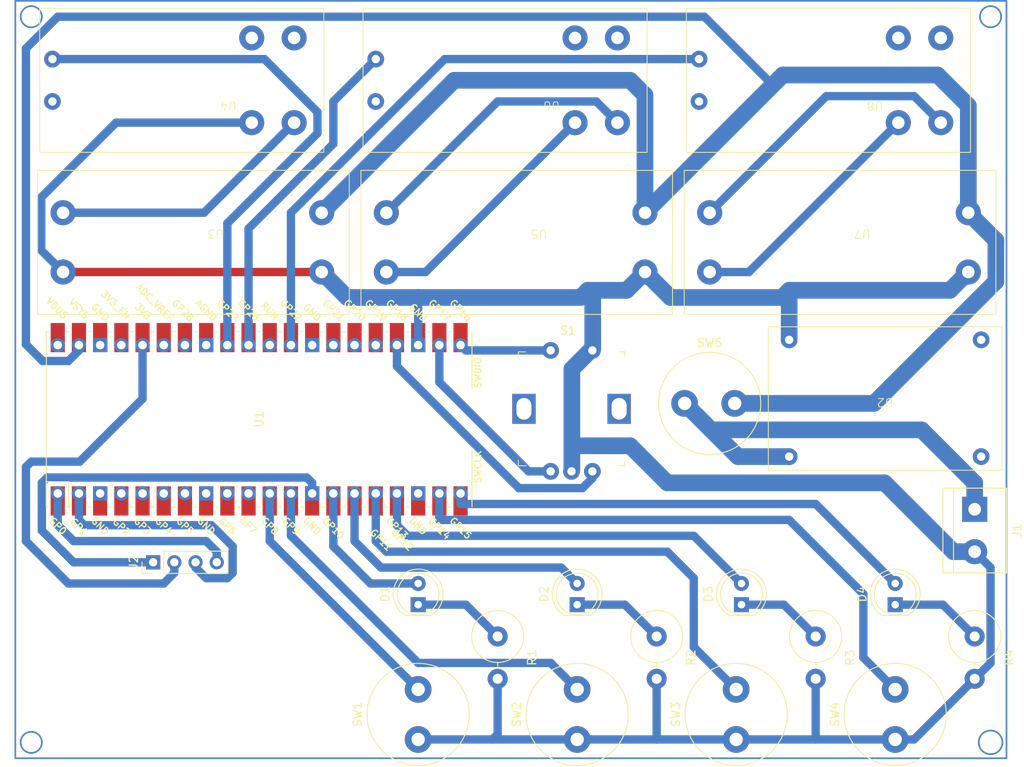
<source format=kicad_pcb>
(kicad_pcb (version 20221018) (generator pcbnew)
  (layers (0 "F.Cu" signal) (31 "B.Cu" signal) (34 "B.Paste" user) (35 "F.Paste" user) (36 "B.SilkS" user "B.Silkscreen") (37 "F.SilkS" user "F.Silkscreen") (38 "B.Mask" user) (39 "F.Mask" user) (44 "Edge.Cuts" user))
  (net 0 "")
  (net 1 "Net-(D1-K)")
  (net 2 "Net-(D2-K)")
  (net 3 "Net-(D3-K)")
  (net 4 "Net-(D4-K)")
  (net 5 "Net-(D4-A)")
  (net 6 "Net-(J1-Pin_1)")
  (net 7 "+BATT")
  (net 8 "GND")
  (net 10 "Net-(S1-CH_A)")
  (net 11 "Net-(S1-CH_B)")
  (net 12 "Net-(J2-Pin_4)")
  (net 13 "Net-(J2-Pin_3)")
  (net 14 "+3V3")
  (net 15 "Net-(U1-GPIO27_ADC1)")
  (net 25 "Net-(U1-GPIO26_ADC0)")
  (net 27 "Net-(U1-GPIO22)")
  (net 36 "Net-(U3-Out+)")
  (net 40 "Net-(U5-Out-)")
  (net 41 "Net-(U5-Out+)")
  (net 45 "Net-(U7-Out-)")
  (net 46 "Net-(U7-Out+)")
  (net 51 "Net-(U1-GPIO16)")
  (net 54 "Net-(D1-A)")
  (net 55 "Net-(D2-A)")
  (net 56 "Net-(D3-A)")
  (net 57 "Net-(U1-GPIO8)")
  (net 58 "Net-(U1-GPIO12)")
  (net 59 "Net-(U1-GPIO14)")
  (net 61 "Net-(U1-GPIO9)")
  (net 62 "Net-(J2-Pin_1)")
  (footprint "MCU_RaspberryPi_and_Boards:RPi_Pico_SMD_TH" (layer "F.Cu") (at 114.3 68.58 90)
    (fp_text reference "U1" (at 0 0 90) (layer "F.SilkS"))
    (fp_text value "Pico")
    (fp_text user "GP22" (at 13.054 3.81 135) (layer "F.SilkS") (effects (font (size 0.8 0.8))))
    (fp_text user "GND" (at -12.8 6.35 135) (layer "F.SilkS") (effects (font (size 0.8 0.8))))
    (fp_text user "GP15" (at -13.054 24.13 135) (layer "F.SilkS") (effects (font (size 0.8 0.8))))
    (fp_text user "GP9" (at -12.8 3.81 135) (layer "F.SilkS") (effects (font (size 0.8 0.8))))
    (fp_text user "GP28" (at 13.054 -9.144 135) (layer "F.SilkS") (effects (font (size 0.8 0.8))))
    (fp_text user "3V3_EN" (at 13.7 -17.2 135) (layer "F.SilkS") (effects (font (size 0.8 0.8))))
    (fp_text user "VSYS" (at 13.2 -21.59 135) (layer "F.SilkS") (effects (font (size 0.8 0.8))))
    (fp_text user "GND" (at 12.8 -19.05 135) (layer "F.SilkS") (effects (font (size 0.8 0.8))))
    (fp_text user "GP14" (at -13.1 21.59 135) (layer "F.SilkS") (effects (font (size 0.8 0.8))))
    (fp_text user "GP16" (at 13.054 24.13 135) (layer "F.SilkS") (effects (font (size 0.8 0.8))))
    (fp_text user "GND" (at -12.8 19.05 135) (layer "F.SilkS") (effects (font (size 0.8 0.8))))
    (fp_text user "AGND" (at 13.054 -6.35 135) (layer "F.SilkS") (effects (font (size 0.8 0.8))))
    (fp_text user "GP7" (at -12.7 -1.3 135) (layer "F.SilkS") (effects (font (size 0.8 0.8))))
    (fp_text user "GP0" (at -12.8 -24.13 135) (layer "F.SilkS") (effects (font (size 0.8 0.8))))
    (fp_text user "SWCLK" (at -5.7 26.2 90) (layer "F.SilkS") (effects (font (size 0.8 0.8))))
    (fp_text user "GP21" (at 13.054 8.9 135) (layer "F.SilkS") (effects (font (size 0.8 0.8))))
    (fp_text user "SWDIO" (at 5.6 26.2 90) (layer "F.SilkS") (effects (font (size 0.8 0.8))))
    (fp_text user "GND" (at -12.8 -6.35 135) (layer "F.SilkS") (effects (font (size 0.8 0.8))))
    (fp_text user "GP6" (at -12.8 -3.81 135) (layer "F.SilkS") (effects (font (size 0.8 0.8))))
    (fp_text user "GP17" (at 13.054 21.59 135) (layer "F.SilkS") (effects (font (size 0.8 0.8))))
    (fp_text user "GP18" (at 13.054 16.51 135) (layer "F.SilkS") (effects (font (size 0.8 0.8))))
    (fp_text user "GP12" (at -14.47 17.145 135) (layer "F.SilkS") (effects (font (size 0.8 0.8))))
    (fp_text user "GP20" (at 13.054 11.43 135) (layer "F.SilkS") (effects (font (size 0.8 0.8))))
    (fp_text user "GP11" (at -14.47 14.605 135) (layer "F.SilkS") (effects (font (size 0.8 0.8))))
    (fp_text user "GP10" (at -13.054 8.89 135) (layer "F.SilkS") (effects (font (size 0.8 0.8))))
    (fp_text user "ADC_VREF" (at 14 -12.5 135) (layer "F.SilkS") (effects (font (size 0.8 0.8))))
    (fp_text user "GP4" (at -12.8 -11.43 135) (layer "F.SilkS") (effects (font (size 0.8 0.8))))
    (fp_text user "GP13" (at -13.054 16.51 135) (layer "F.SilkS") (effects (font (size 0.8 0.8))))
    (fp_text user "GP19" (at 13.054 13.97 135) (layer "F.SilkS") (effects (font (size 0.8 0.8))))
    (fp_text user "GP5" (at -12.8 -8.89 135) (layer "F.SilkS") (effects (font (size 0.8 0.8))))
    (fp_text user "GP2" (at -12.9 -16.51 135) (layer "F.SilkS") (effects (font (size 0.8 0.8))))
    (fp_text user "GP3" (at -12.8 -13.97 135) (layer "F.SilkS") (effects (font (size 0.8 0.8))))
    (fp_text user "GP27" (at 13.054 -3.8 135) (layer "F.SilkS") (effects (font (size 0.8 0.8))))
    (fp_text user "GND" (at 12.8 6.35 135) (layer "F.SilkS") (effects (font (size 0.8 0.8))))
    (fp_text user "VBUS" (at 13.3 -24.2 135) (layer "F.SilkS") (effects (font (size 0.8 0.8))))
    (fp_text user "GND" (at 12.8 19.05 135) (layer "F.SilkS") (effects (font (size 0.8 0.8))))
    (fp_text user "GP26" (at 13.054 -1.27 135) (layer "F.SilkS") (effects (font (size 0.8 0.8))))
    (fp_text user "GND" (at -12.8 -19.05 135) (layer "F.SilkS") (effects (font (size 0.8 0.8))))
    (fp_text user "RUN" (at 13 1.27 135) (layer "F.SilkS") (effects (font (size 0.8 0.8))))
    (fp_text user "GP1" (at -12.9 -21.6 135) (layer "F.SilkS") (effects (font (size 0.8 0.8))))
    (fp_text user "GP8" (at -12.8 1.27 135) (layer "F.SilkS") (effects (font (size 0.8 0.8))))
    (fp_text user "3V3" (at 12.9 -13.9 135) (layer "F.SilkS") (effects (font (size 0.8 0.8))))
    (fp_line (start -10.5 -25.5) (end -10.5 -25.2) (stroke (width 0.12)) (layer "F.SilkS"))
    (fp_line (start -10.5 -25.5) (end 10.5 -25.5) (stroke (width 0.12)) (layer "F.SilkS"))
    (fp_line (start -10.5 -23.1) (end -10.5 -22.7) (stroke (width 0.12)) (layer "F.SilkS"))
    (fp_line (start -10.5 -22.833) (end -7.493 -22.833) (stroke (width 0.12)) (layer "F.SilkS"))
    (fp_line (start -10.5 -20.5) (end -10.5 -20.1) (stroke (width 0.12)) (layer "F.SilkS"))
    (fp_line (start -10.5 -18) (end -10.5 -17.6) (stroke (width 0.12)) (layer "F.SilkS"))
    (fp_line (start -10.5 -15.4) (end -10.5 -15) (stroke (width 0.12)) (layer "F.SilkS"))
    (fp_line (start -10.5 -12.9) (end -10.5 -12.5) (stroke (width 0.12)) (layer "F.SilkS"))
    (fp_line (start -10.5 -10.4) (end -10.5 -10) (stroke (width 0.12)) (layer "F.SilkS"))
    (fp_line (start -10.5 -7.8) (end -10.5 -7.4) (stroke (width 0.12)) (layer "F.SilkS"))
    (fp_line (start -10.5 -5.3) (end -10.5 -4.9) (stroke (width 0.12)) (layer "F.SilkS"))
    (fp_line (start -10.5 -2.7) (end -10.5 -2.3) (stroke (width 0.12)) (layer "F.SilkS"))
    (fp_line (start -10.5 -0.2) (end -10.5 0.2) (stroke (width 0.12)) (layer "F.SilkS"))
    (fp_line (start -10.5 2.3) (end -10.5 2.7) (stroke (width 0.12)) (layer "F.SilkS"))
    (fp_line (start -10.5 4.9) (end -10.5 5.3) (stroke (width 0.12)) (layer "F.SilkS"))
    (fp_line (start -10.5 7.4) (end -10.5 7.8) (stroke (width 0.12)) (layer "F.SilkS"))
    (fp_line (start -10.5 10) (end -10.5 10.4) (stroke (width 0.12)) (layer "F.SilkS"))
    (fp_line (start -10.5 12.5) (end -10.5 12.9) (stroke (width 0.12)) (layer "F.SilkS"))
    (fp_line (start -10.5 15.1) (end -10.5 15.5) (stroke (width 0.12)) (layer "F.SilkS"))
    (fp_line (start -10.5 17.6) (end -10.5 18) (stroke (width 0.12)) (layer "F.SilkS"))
    (fp_line (start -10.5 20.1) (end -10.5 20.5) (stroke (width 0.12)) (layer "F.SilkS"))
    (fp_line (start -10.5 22.7) (end -10.5 23.1) (stroke (width 0.12)) (layer "F.SilkS"))
    (fp_line (start -7.493 -22.833) (end -7.493 -25.5) (stroke (width 0.12)) (layer "F.SilkS"))
    (fp_line (start -3.7 25.5) (end -10.5 25.5) (stroke (width 0.12)) (layer "F.SilkS"))
    (fp_line (start 10.5 -25.5) (end 10.5 -25.2) (stroke (width 0.12)) (layer "F.SilkS"))
    (fp_line (start 10.5 -23.1) (end 10.5 -22.7) (stroke (width 0.12)) (layer "F.SilkS"))
    (fp_line (start 10.5 -20.5) (end 10.5 -20.1) (stroke (width 0.12)) (layer "F.SilkS"))
    (fp_line (start 10.5 -18) (end 10.5 -17.6) (stroke (width 0.12)) (layer "F.SilkS"))
    (fp_line (start 10.5 -15.4) (end 10.5 -15) (stroke (width 0.12)) (layer "F.SilkS"))
    (fp_line (start 10.5 -12.9) (end 10.5 -12.5) (stroke (width 0.12)) (layer "F.SilkS"))
    (fp_line (start 10.5 -10.4) (end 10.5 -10) (stroke (width 0.12)) (layer "F.SilkS"))
    (fp_line (start 10.5 -7.8) (end 10.5 -7.4) (stroke (width 0.12)) (layer "F.SilkS"))
    (fp_line (start 10.5 -5.3) (end 10.5 -4.9) (stroke (width 0.12)) (layer "F.SilkS"))
    (fp_line (start 10.5 -2.7) (end 10.5 -2.3) (stroke (width 0.12)) (layer "F.SilkS"))
    (fp_line (start 10.5 -0.2) (end 10.5 0.2) (stroke (width 0.12)) (layer "F.SilkS"))
    (fp_line (start 10.5 2.3) (end 10.5 2.7) (stroke (width 0.12)) (layer "F.SilkS"))
    (fp_line (start 10.5 4.9) (end 10.5 5.3) (stroke (width 0.12)) (layer "F.SilkS"))
    (fp_line (start 10.5 7.4) (end 10.5 7.8) (stroke (width 0.12)) (layer "F.SilkS"))
    (fp_line (start 10.5 10) (end 10.5 10.4) (stroke (width 0.12)) (layer "F.SilkS"))
    (fp_line (start 10.5 12.5) (end 10.5 12.9) (stroke (width 0.12)) (layer "F.SilkS"))
    (fp_line (start 10.5 15.1) (end 10.5 15.5) (stroke (width 0.12)) (layer "F.SilkS"))
    (fp_line (start 10.5 17.6) (end 10.5 18) (stroke (width 0.12)) (layer "F.SilkS"))
    (fp_line (start 10.5 20.1) (end 10.5 20.5) (stroke (width 0.12)) (layer "F.SilkS"))
    (fp_line (start 10.5 22.7) (end 10.5 23.1) (stroke (width 0.12)) (layer "F.SilkS"))
    (fp_line (start 10.5 25.5) (end 3.7 25.5) (stroke (width 0.12)) (layer "F.SilkS"))
    (pad "" np_thru_hole oval (at -2.725 -24 90) (size 1.8 1.8) (drill 1.8) (layers "*.Cu" "*.Mask"))
    (pad "" np_thru_hole oval (at -2.425 -20.97 90) (size 1.5 1.5) (drill 1.5) (layers "*.Cu" "*.Mask"))
    (pad "" np_thru_hole oval (at 2.425 -20.97 90) (size 1.5 1.5) (drill 1.5) (layers "*.Cu" "*.Mask"))
    (pad "" np_thru_hole oval (at 2.725 -24 90) (size 1.8 1.8) (drill 1.8) (layers "*.Cu" "*.Mask"))
    (pad "1" thru_hole oval (at -8.89 -24.13 90) (size 1.7 1.7) (drill 1.02) (layers "*.Cu" "*.Mask") (net 12 "Net-(J2-Pin_4)"))
    (pad "1" smd rect (at -8.89 -24.13 90) (size 3.5 1.7) (drill (offset -0.9 0)) (layers "F.Cu" "F.Mask") (net 12 "Net-(J2-Pin_4)"))
    (pad "2" thru_hole oval (at -8.89 -21.59 90) (size 1.7 1.7) (drill 1.02) (layers "*.Cu" "*.Mask") (net 13 "Net-(J2-Pin_3)"))
    (pad "2" smd rect (at -8.89 -21.59 90) (size 3.5 1.7) (drill (offset -0.9 0)) (layers "F.Cu" "F.Mask") (net 13 "Net-(J2-Pin_3)"))
    (pad "3" thru_hole rect (at -8.89 -19.05 90) (size 1.7 1.7) (drill 1.02) (layers "*.Cu" "*.Mask"))
    (pad "3" smd rect (at -8.89 -19.05 90) (size 3.5 1.7) (drill (offset -0.9 0)) (layers "F.Cu" "F.Mask"))
    (pad "4" thru_hole oval (at -8.89 -16.51 90) (size 1.7 1.7) (drill 1.02) (layers "*.Cu" "*.Mask"))
    (pad "4" smd rect (at -8.89 -16.51 90) (size 3.5 1.7) (drill (offset -0.9 0)) (layers "F.Cu" "F.Mask"))
    (pad "5" thru_hole oval (at -8.89 -13.97 90) (size 1.7 1.7) (drill 1.02) (layers "*.Cu" "*.Mask"))
    (pad "5" smd rect (at -8.89 -13.97 90) (size 3.5 1.7) (drill (offset -0.9 0)) (layers "F.Cu" "F.Mask"))
    (pad "6" thru_hole oval (at -8.89 -11.43 90) (size 1.7 1.7) (drill 1.02) (layers "*.Cu" "*.Mask"))
    (pad "6" smd rect (at -8.89 -11.43 90) (size 3.5 1.7) (drill (offset -0.9 0)) (layers "F.Cu" "F.Mask"))
    (pad "7" thru_hole oval (at -8.89 -8.89 90) (size 1.7 1.7) (drill 1.02) (layers "*.Cu" "*.Mask"))
    (pad "7" smd rect (at -8.89 -8.89 90) (size 3.5 1.7) (drill (offset -0.9 0)) (layers "F.Cu" "F.Mask"))
    (pad "8" thru_hole rect (at -8.89 -6.35 90) (size 1.7 1.7) (drill 1.02) (layers "*.Cu" "*.Mask"))
    (pad "8" smd rect (at -8.89 -6.35 90) (size 3.5 1.7) (drill (offset -0.9 0)) (layers "F.Cu" "F.Mask"))
    (pad "9" thru_hole oval (at -8.89 -3.81 90) (size 1.7 1.7) (drill 1.02) (layers "*.Cu" "*.Mask"))
    (pad "9" smd rect (at -8.89 -3.81 90) (size 3.5 1.7) (drill (offset -0.9 0)) (layers "F.Cu" "F.Mask"))
    (pad "10" thru_hole oval (at -8.89 -1.27 90) (size 1.7 1.7) (drill 1.02) (layers "*.Cu" "*.Mask"))
    (pad "10" smd rect (at -8.89 -1.27 90) (size 3.5 1.7) (drill (offset -0.9 0)) (layers "F.Cu" "F.Mask"))
    (pad "11" thru_hole oval (at -8.89 1.27 90) (size 1.7 1.7) (drill 1.02) (layers "*.Cu" "*.Mask") (net 57 "Net-(U1-GPIO8)"))
    (pad "11" smd rect (at -8.89 1.27 90) (size 3.5 1.7) (drill (offset -0.9 0)) (layers "F.Cu" "F.Mask") (net 57 "Net-(U1-GPIO8)"))
    (pad "12" thru_hole oval (at -8.89 3.81 90) (size 1.7 1.7) (drill 1.02) (layers "*.Cu" "*.Mask") (net 61 "Net-(U1-GPIO9)"))
    (pad "12" smd rect (at -8.89 3.81 90) (size 3.5 1.7) (drill (offset -0.9 0)) (layers "F.Cu" "F.Mask") (net 61 "Net-(U1-GPIO9)"))
    (pad "13" thru_hole rect (at -8.89 6.35 90) (size 1.7 1.7) (drill 1.02) (layers "*.Cu" "*.Mask") (net 62 "Net-(J2-Pin_1)"))
    (pad "13" smd rect (at -8.89 6.35 90) (size 3.5 1.7) (drill (offset -0.9 0)) (layers "F.Cu" "F.Mask") (net 62 "Net-(J2-Pin_1)"))
    (pad "14" thru_hole oval (at -8.89 8.89 90) (size 1.7 1.7) (drill 1.02) (layers "*.Cu" "*.Mask") (net 54 "Net-(D1-A)"))
    (pad "14" smd rect (at -8.89 8.89 90) (size 3.5 1.7) (drill (offset -0.9 0)) (layers "F.Cu" "F.Mask") (net 54 "Net-(D1-A)"))
    (pad "15" thru_hole oval (at -8.89 11.43 90) (size 1.7 1.7) (drill 1.02) (layers "*.Cu" "*.Mask") (net 55 "Net-(D2-A)"))
    (pad "15" smd rect (at -8.89 11.43 90) (size 3.5 1.7) (drill (offset -0.9 0)) (layers "F.Cu" "F.Mask") (net 55 "Net-(D2-A)"))
    (pad "16" thru_hole oval (at -8.89 13.97 90) (size 1.7 1.7) (drill 1.02) (layers "*.Cu" "*.Mask") (net 58 "Net-(U1-GPIO12)"))
    (pad "16" smd rect (at -8.89 13.97 90) (size 3.5 1.7) (drill (offset -0.9 0)) (layers "F.Cu" "F.Mask") (net 58 "Net-(U1-GPIO12)"))
    (pad "17" thru_hole oval (at -8.89 16.51 90) (size 1.7 1.7) (drill 1.02) (layers "*.Cu" "*.Mask") (net 56 "Net-(D3-A)"))
    (pad "17" smd rect (at -8.89 16.51 90) (size 3.5 1.7) (drill (offset -0.9 0)) (layers "F.Cu" "F.Mask") (net 56 "Net-(D3-A)"))
    (pad "18" thru_hole rect (at -8.89 19.05 90) (size 1.7 1.7) (drill 1.02) (layers "*.Cu" "*.Mask"))
    (pad "18" smd rect (at -8.89 19.05 90) (size 3.5 1.7) (drill (offset -0.9 0)) (layers "F.Cu" "F.Mask"))
    (pad "19" thru_hole oval (at -8.89 21.59 90) (size 1.7 1.7) (drill 1.02) (layers "*.Cu" "*.Mask") (net 59 "Net-(U1-GPIO14)"))
    (pad "19" smd rect (at -8.89 21.59 90) (size 3.5 1.7) (drill (offset -0.9 0)) (layers "F.Cu" "F.Mask") (net 59 "Net-(U1-GPIO14)"))
    (pad "20" thru_hole oval (at -8.89 24.13 90) (size 1.7 1.7) (drill 1.02) (layers "*.Cu" "*.Mask") (net 5 "Net-(D4-A)"))
    (pad "20" smd rect (at -8.89 24.13 90) (size 3.5 1.7) (drill (offset -0.9 0)) (layers "F.Cu" "F.Mask") (net 5 "Net-(D4-A)"))
    (pad "21" thru_hole oval (at 8.89 24.13 90) (size 1.7 1.7) (drill 1.02) (layers "*.Cu" "*.Mask") (net 51 "Net-(U1-GPIO16)"))
    (pad "21" smd rect (at 8.89 24.13 90) (size 3.5 1.7) (drill (offset 0.9 0)) (layers "F.Cu" "F.Mask") (net 51 "Net-(U1-GPIO16)"))
    (pad "22" thru_hole oval (at 8.89 21.59 90) (size 1.7 1.7) (drill 1.02) (layers "*.Cu" "*.Mask") (net 10 "Net-(S1-CH_A)"))
    (pad "22" smd rect (at 8.89 21.59 90) (size 3.5 1.7) (drill (offset 0.9 0)) (layers "F.Cu" "F.Mask") (net 10 "Net-(S1-CH_A)"))
    (pad "23" thru_hole rect (at 8.89 19.05 90) (size 1.7 1.7) (drill 1.02) (layers "*.Cu" "*.Mask") (net 8 "GND"))
    (pad "23" smd rect (at 8.89 19.05 90) (size 3.5 1.7) (drill (offset 0.9 0)) (layers "F.Cu" "F.Mask") (net 8 "GND"))
    (pad "24" thru_hole oval (at 8.89 16.51 90) (size 1.7 1.7) (drill 1.02) (layers "*.Cu" "*.Mask") (net 11 "Net-(S1-CH_B)"))
    (pad "24" smd rect (at 8.89 16.51 90) (size 3.5 1.7) (drill (offset 0.9 0)) (layers "F.Cu" "F.Mask") (net 11 "Net-(S1-CH_B)"))
    (pad "25" thru_hole oval (at 8.89 13.97 90) (size 1.7 1.7) (drill 1.02) (layers "*.Cu" "*.Mask"))
    (pad "25" smd rect (at 8.89 13.97 90) (size 3.5 1.7) (drill (offset 0.9 0)) (layers "F.Cu" "F.Mask"))
    (pad "26" thru_hole oval (at 8.89 11.43 90) (size 1.7 1.7) (drill 1.02) (layers "*.Cu" "*.Mask"))
    (pad "26" smd rect (at 8.89 11.43 90) (size 3.5 1.7) (drill (offset 0.9 0)) (layers "F.Cu" "F.Mask"))
    (pad "27" thru_hole oval (at 8.89 8.89 90) (size 1.7 1.7) (drill 1.02) (layers "*.Cu" "*.Mask"))
    (pad "27" smd rect (at 8.89 8.89 90) (size 3.5 1.7) (drill (offset 0.9 0)) (layers "F.Cu" "F.Mask"))
    (pad "28" thru_hole rect (at 8.89 6.35 90) (size 1.7 1.7) (drill 1.02) (layers "*.Cu" "*.Mask"))
    (pad "28" smd rect (at 8.89 6.35 90) (size 3.5 1.7) (drill (offset 0.9 0)) (layers "F.Cu" "F.Mask"))
    (pad "29" thru_hole oval (at 8.89 3.81 90) (size 1.7 1.7) (drill 1.02) (layers "*.Cu" "*.Mask") (net 27 "Net-(U1-GPIO22)"))
    (pad "29" smd rect (at 8.89 3.81 90) (size 3.5 1.7) (drill (offset 0.9 0)) (layers "F.Cu" "F.Mask") (net 27 "Net-(U1-GPIO22)"))
    (pad "30" thru_hole oval (at 8.89 1.27 90) (size 1.7 1.7) (drill 1.02) (layers "*.Cu" "*.Mask"))
    (pad "30" smd rect (at 8.89 1.27 90) (size 3.5 1.7) (drill (offset 0.9 0)) (layers "F.Cu" "F.Mask"))
    (pad "31" thru_hole oval (at 8.89 -1.27 90) (size 1.7 1.7) (drill 1.02) (layers "*.Cu" "*.Mask") (net 25 "Net-(U1-GPIO26_ADC0)"))
    (pad "31" smd rect (at 8.89 -1.27 90) (size 3.5 1.7) (drill (offset 0.9 0)) (layers "F.Cu" "F.Mask") (net 25 "Net-(U1-GPIO26_ADC0)"))
    (pad "32" thru_hole oval (at 8.89 -3.81 90) (size 1.7 1.7) (drill 1.02) (layers "*.Cu" "*.Mask") (net 15 "Net-(U1-GPIO27_ADC1)"))
    (pad "32" smd rect (at 8.89 -3.81 90) (size 3.5 1.7) (drill (offset 0.9 0)) (layers "F.Cu" "F.Mask") (net 15 "Net-(U1-GPIO27_ADC1)"))
    (pad "33" thru_hole rect (at 8.89 -6.35 90) (size 1.7 1.7) (drill 1.02) (layers "*.Cu" "*.Mask"))
    (pad "33" smd rect (at 8.89 -6.35 90) (size 3.5 1.7) (drill (offset 0.9 0)) (layers "F.Cu" "F.Mask"))
    (pad "34" thru_hole oval (at 8.89 -8.89 90) (size 1.7 1.7) (drill 1.02) (layers "*.Cu" "*.Mask"))
    (pad "34" smd rect (at 8.89 -8.89 90) (size 3.5 1.7) (drill (offset 0.9 0)) (layers "F.Cu" "F.Mask"))
    (pad "35" thru_hole oval (at 8.89 -11.43 90) (size 1.7 1.7) (drill 1.02) (layers "*.Cu" "*.Mask"))
    (pad "35" smd rect (at 8.89 -11.43 90) (size 3.5 1.7) (drill (offset 0.9 0)) (layers "F.Cu" "F.Mask"))
    (pad "36" thru_hole oval (at 8.89 -13.97 90) (size 1.7 1.7) (drill 1.02) (layers "*.Cu" "*.Mask") (net 14 "+3V3"))
    (pad "36" smd rect (at 8.89 -13.97 90) (size 3.5 1.7) (drill (offset 0.9 0)) (layers "F.Cu" "F.Mask") (net 14 "+3V3"))
    (pad "37" thru_hole oval (at 8.89 -16.51 90) (size 1.7 1.7) (drill 1.02) (layers "*.Cu" "*.Mask"))
    (pad "37" smd rect (at 8.89 -16.51 90) (size 3.5 1.7) (drill (offset 0.9 0)) (layers "F.Cu" "F.Mask"))
    (pad "38" thru_hole rect (at 8.89 -19.05 90) (size 1.7 1.7) (drill 1.02) (layers "*.Cu" "*.Mask"))
    (pad "38" smd rect (at 8.89 -19.05 90) (size 3.5 1.7) (drill (offset 0.9 0)) (layers "F.Cu" "F.Mask"))
    (pad "39" thru_hole oval (at 8.89 -21.59 90) (size 1.7 1.7) (drill 1.02) (layers "*.Cu" "*.Mask") (net 7 "+BATT"))
    (pad "39" smd rect (at 8.89 -21.59 90) (size 3.5 1.7) (drill (offset 0.9 0)) (layers "F.Cu" "F.Mask") (net 7 "+BATT"))
    (pad "40" thru_hole oval (at 8.89 -24.13 90) (size 1.7 1.7) (drill 1.02) (layers "*.Cu" "*.Mask"))
    (pad "40" smd rect (at 8.89 -24.13 90) (size 3.5 1.7) (drill (offset 0.9 0)) (layers "F.Cu" "F.Mask"))
  )
  (footprint "LED_THT:LED_D5.0mm" (layer "F.Cu") (at 172.085 90.805 90)
    (fp_text reference "D3" (at 1.27 -3.96 90) (layer "F.SilkS"))
    (fp_text value "LED3")
    (fp_line (start -1.29 -1.545) (end -1.29 1.545) (stroke (width 0.12)) (layer "F.SilkS"))
    (fp_arc (start -1.29 -1.54483) (mid 2.072002 -2.880433) (end 4.26 0.000462) (stroke (width 0.12)) (layer "F.SilkS"))
    (fp_arc (start 4.26 -0.000462) (mid 2.072002 2.880433) (end -1.29 1.54483) (stroke (width 0.12)) (layer "F.SilkS"))
    (fp_circle (center 1.27 0) (end 3.77 0) (stroke (width 0.12)) (fill none) (layer "F.SilkS"))
    (pad "1" thru_hole rect (at 0 0 90) (size 1.8 1.8) (drill 0.9) (layers "*.Cu" "*.Mask") (net 3 "Net-(D3-K)"))
    (pad "2" thru_hole circle (at 2.54 0 90) (size 1.8 1.8) (drill 0.9) (layers "*.Cu" "*.Mask") (net 56 "Net-(D3-A)"))
  )
  (footprint "Inductor_THT:L_Radial_D12.0mm_P6.00mm_MuRATA_1900R" (layer "F.Cu") (at 152.4 106.965 90)
    (fp_text reference "SW2" (at 3 -7.25 90) (layer "F.SilkS"))
    (fp_text value "BUTTON2")
    (fp_circle (center 3 0) (end 9.12 0) (stroke (width 0.12)) (fill none) (layer "F.SilkS"))
    (pad "1" thru_hole circle (at 0 0 90) (size 3.2 3.2) (drill 1.6) (layers "*.Cu" "*.Mask") (net 8 "GND"))
    (pad "2" thru_hole circle (at 6 0 90) (size 3.2 3.2) (drill 1.6) (layers "*.Cu" "*.Mask") (net 61 "Net-(U1-GPIO9)"))
  )
  (footprint "Resistor_THT:R_Axial_DIN0617_L17.0mm_D6.0mm_P5.08mm_Vertical" (layer "F.Cu") (at 200.025 94.615 -90)
    (fp_text reference "R4" (at 2.54 -4.12 90) (layer "F.SilkS"))
    (fp_text value "R")
    (fp_line (start 3.12 0) (end 3.58 0) (stroke (width 0.12)) (layer "F.SilkS"))
    (fp_circle (center 0 0) (end 3.12 0) (stroke (width 0.12)) (fill none) (layer "F.SilkS"))
    (pad "1" thru_hole circle (at 0 0 270) (size 2.4 2.4) (drill 1.2) (layers "*.Cu" "*.Mask") (net 4 "Net-(D4-K)"))
    (pad "2" thru_hole oval (at 5.08 0 270) (size 2.4 2.4) (drill 1.2) (layers "*.Cu" "*.Mask") (net 8 "GND"))
  )
  (footprint "Connector_PinHeader_2.54mm:PinHeader_1x04_P2.54mm_Vertical" (layer "F.Cu") (at 101.6 85.725 90)
    (fp_text reference "J2" (at 0 -2.33 90) (layer "F.SilkS"))
    (fp_text value "Conn_01x04_Female")
    (fp_line (start -1.33 -1.33) (end 0 -1.33) (stroke (width 0.12)) (layer "F.SilkS"))
    (fp_line (start -1.33 0) (end -1.33 -1.33) (stroke (width 0.12)) (layer "F.SilkS"))
    (fp_line (start -1.33 1.27) (end -1.33 8.95) (stroke (width 0.12)) (layer "F.SilkS"))
    (fp_line (start -1.33 1.27) (end 1.33 1.27) (stroke (width 0.12)) (layer "F.SilkS"))
    (fp_line (start -1.33 8.95) (end 1.33 8.95) (stroke (width 0.12)) (layer "F.SilkS"))
    (fp_line (start 1.33 1.27) (end 1.33 8.95) (stroke (width 0.12)) (layer "F.SilkS"))
    (pad "1" thru_hole rect (at 0 0 90) (size 1.7 1.7) (drill 1) (layers "*.Cu" "*.Mask") (net 62 "Net-(J2-Pin_1)"))
    (pad "2" thru_hole oval (at 0 2.54 90) (size 1.7 1.7) (drill 1) (layers "*.Cu" "*.Mask") (net 14 "+3V3"))
    (pad "3" thru_hole oval (at 0 5.08 90) (size 1.7 1.7) (drill 1) (layers "*.Cu" "*.Mask") (net 13 "Net-(J2-Pin_3)"))
    (pad "4" thru_hole oval (at 0 7.62 90) (size 1.7 1.7) (drill 1) (layers "*.Cu" "*.Mask") (net 12 "Net-(J2-Pin_4)"))
  )
  (footprint "Resistor_THT:R_Axial_DIN0617_L17.0mm_D6.0mm_P5.08mm_Vertical" (layer "F.Cu") (at 142.875 94.615 -90)
    (fp_text reference "R1" (at 2.54 -4.12 90) (layer "F.SilkS"))
    (fp_text value "R")
    (fp_line (start 3.12 0) (end 3.58 0) (stroke (width 0.12)) (layer "F.SilkS"))
    (fp_circle (center 0 0) (end 3.12 0) (stroke (width 0.12)) (fill none) (layer "F.SilkS"))
    (pad "1" thru_hole circle (at 0 0 270) (size 2.4 2.4) (drill 1.2) (layers "*.Cu" "*.Mask") (net 1 "Net-(D1-K)"))
    (pad "2" thru_hole oval (at 5.08 0 270) (size 2.4 2.4) (drill 1.2) (layers "*.Cu" "*.Mask") (net 8 "GND"))
  )
  (footprint "chinese_modules:charger" (layer "F.Cu") (at 189.3 66.055 180)
    (fp_text reference "U2" (at 0 -0.5 180 unlocked) (layer "F.SilkS") (effects (font (thickness 0.1))))
    (fp_text value "~")
    (fp_rect (start -14 8.564) (end 14 -8.636) (stroke (width 0.1)) (fill none) (layer "F.SilkS"))
    (pad "1" thru_hole circle (at -11.5 -7 180) (size 2 2) (drill 1) (layers "*.Cu" "*.Mask"))
    (pad "2" thru_hole circle (at -11.5 7 180) (size 2 2) (drill 1) (layers "*.Cu" "*.Mask"))
    (pad "3" thru_hole circle (at 11.5 -7 180) (size 2 2) (drill 1) (layers "*.Cu" "*.Mask") (net 6 "Net-(J1-Pin_1)"))
    (pad "4" thru_hole circle (at 11.5 7 180) (size 2 2) (drill 1) (layers "*.Cu" "*.Mask") (net 8 "GND"))
  )
  (footprint "digikey-footprints:Rotary_Encoder_Switched_PEC11R" (layer "F.Cu") (at 146.025 67.325)
    (fp_text reference "S1" (at 5.275 -9.4) (layer "F.SilkS"))
    (fp_text value "ENCODER")
    (fp_line (start -0.675 -6.825) (end -0.675 -6.15) (stroke (width 0.1)) (layer "F.SilkS"))
    (fp_line (start -0.675 6.825) (end -0.675 6.15) (stroke (width 0.1)) (layer "F.SilkS"))
    (fp_line (start 0.175 -6.825) (end -0.675 -6.825) (stroke (width 0.1)) (layer "F.SilkS"))
    (fp_line (start 0.275 6.825) (end -0.675 6.825) (stroke (width 0.1)) (layer "F.SilkS"))
    (fp_line (start 11.375 -6.825) (end 12.075 -6.825) (stroke (width 0.1)) (layer "F.SilkS"))
    (fp_line (start 12.075 -6.825) (end 12.075 -6.325) (stroke (width 0.1)) (layer "F.SilkS"))
    (fp_line (start 12.075 6.25) (end 12.075 6.825) (stroke (width 0.1)) (layer "F.SilkS"))
    (fp_line (start 12.075 6.825) (end 11.275 6.825) (stroke (width 0.1)) (layer "F.SilkS"))
    (pad "1" thru_hole circle (at 3.2 -7) (size 2 2) (drill 1) (layers "*.Cu" "*.Mask") (net 51 "Net-(U1-GPIO16)"))
    (pad "2" thru_hole circle (at 8.2 -7) (size 2 2) (drill 1) (layers "*.Cu" "*.Mask") (net 8 "GND"))
    (pad "3" thru_hole rect (at 0 0) (size 2.8 3.6) (drill oval 1.8 2.6) (layers "*.Cu" "*.Mask"))
    (pad "3" thru_hole rect (at 11.4 0) (size 2.8 3.6) (drill oval 1.8 2.6) (layers "*.Cu" "*.Mask"))
    (pad "A" thru_hole circle (at 3.2 7.5) (size 2 2) (drill 1) (layers "*.Cu" "*.Mask") (net 10 "Net-(S1-CH_A)"))
    (pad "B" thru_hole circle (at 8.2 7.5) (size 2 2) (drill 1) (layers "*.Cu" "*.Mask") (net 11 "Net-(S1-CH_B)"))
    (pad "C" thru_hole circle (at 5.7 7.5) (size 2 2) (drill 1) (layers "*.Cu" "*.Mask") (net 8 "GND"))
  )
  (footprint "chinese_modules:dc-dc module" (layer "F.Cu") (at 186.563 45.847 180)
    (fp_text reference "U7" (at 0 -0.5 180 unlocked) (layer "F.SilkS") (effects (font (thickness 0.1))))
    (fp_text value "~")
    (fp_rect (start -16.002 -10.16) (end 21.336 7.112) (stroke (width 0.1)) (fill none) (layer "F.SilkS"))
    (pad "1" thru_hole circle (at -12.7 -5.08 180) (size 3 3) (drill 1.5) (layers "*.Cu" "*.Mask") (net 8 "GND"))
    (pad "2" thru_hole circle (at -12.7 2.032 180) (size 3 3) (drill 1.5) (layers "*.Cu" "*.Mask") (net 7 "+BATT"))
    (pad "3" thru_hole circle (at 18.288 -5.08 180) (size 3 3) (drill 1.5) (layers "*.Cu" "*.Mask") (net 45 "Net-(U7-Out-)"))
    (pad "4" thru_hole circle (at 18.288 2.032 180) (size 3 3) (drill 1.5) (layers "*.Cu" "*.Mask") (net 46 "Net-(U7-Out+)"))
  )
  (footprint "Inductor_THT:L_Radial_D12.0mm_P6.00mm_MuRATA_1900R" (layer "F.Cu") (at 165.275 66.675)
    (fp_text reference "SW5" (at 3 -7.25) (layer "F.SilkS"))
    (fp_text value "POWER_SW")
    (fp_circle (center 3 0) (end 9.12 0) (stroke (width 0.12)) (fill none) (layer "F.SilkS"))
    (pad "1" thru_hole circle (at 0 0) (size 3.2 3.2) (drill 1.6) (layers "*.Cu" "*.Mask") (net 6 "Net-(J1-Pin_1)"))
    (pad "2" thru_hole circle (at 6 0) (size 3.2 3.2) (drill 1.6) (layers "*.Cu" "*.Mask") (net 7 "+BATT"))
  )
  (footprint "chinese_modules:xy-mos" (layer "F.Cu") (at 199.517 19.304 180)
    (fp_text reference "U8" (at 11.43 -11.676 180 unlocked) (layer "F.SilkS") (effects (font (thickness 0.1))))
    (fp_text value "~")
    (fp_rect (start 0 -17.272) (end 34.036 0) (stroke (width 0.1)) (fill none) (layer "F.SilkS"))
    (pad "1" thru_hole circle (at 3.556 -13.716 180) (size 3 3) (drill 1.5) (layers "*.Cu" "*.Mask") (net 46 "Net-(U7-Out+)"))
    (pad "2" thru_hole circle (at 8.636 -13.716 180) (size 3 3) (drill 1.5) (layers "*.Cu" "*.Mask") (net 45 "Net-(U7-Out-)"))
    (pad "3" thru_hole circle (at 3.556 -3.556 180) (size 3 3) (drill 1.5) (layers "*.Cu" "*.Mask"))
    (pad "4" thru_hole circle (at 8.636 -3.556 180) (size 3 3) (drill 1.5) (layers "*.Cu" "*.Mask"))
    (pad "5" thru_hole circle (at 32.512 -11.176 180) (size 2 2) (drill 1) (layers "*.Cu" "*.Mask"))
    (pad "6" thru_hole circle (at 32.512 -6.096 180) (size 2 2) (drill 1) (layers "*.Cu" "*.Mask") (net 27 "Net-(U1-GPIO22)"))
  )
  (footprint "TerminalBlock:TerminalBlock_bornier-2_P5.08mm" (layer "F.Cu") (at 200.025 79.375 -90)
    (fp_text reference "J1" (at 2.54 -5.08 90) (layer "F.SilkS"))
    (fp_text value "BATTERY")
    (fp_line (start -2.54 -3.81) (end -2.54 3.81) (stroke (width 0.12)) (layer "F.SilkS"))
    (fp_line (start -2.54 3.81) (end 7.62 3.81) (stroke (width 0.12)) (layer "F.SilkS"))
    (fp_line (start 7.62 -3.81) (end -2.54 -3.81) (stroke (width 0.12)) (layer "F.SilkS"))
    (fp_line (start 7.62 2.54) (end -2.54 2.54) (stroke (width 0.12)) (layer "F.SilkS"))
    (fp_line (start 7.62 3.81) (end 7.62 -3.81) (stroke (width 0.12)) (layer "F.SilkS"))
    (pad "1" thru_hole rect (at 0 0 270) (size 3 3) (drill 1.52) (layers "*.Cu" "*.Mask") (net 6 "Net-(J1-Pin_1)"))
    (pad "2" thru_hole circle (at 5.08 0 270) (size 3 3) (drill 1.52) (layers "*.Cu" "*.Mask") (net 8 "GND"))
  )
  (footprint "chinese_modules:xy-mos" (layer "F.Cu") (at 160.782 19.304 180)
    (fp_text reference "U6" (at 11.43 -11.676 180 unlocked) (layer "F.SilkS") (effects (font (thickness 0.1))))
    (fp_text value "~")
    (fp_rect (start 0 -17.272) (end 34.036 0) (stroke (width 0.1)) (fill none) (layer "F.SilkS"))
    (pad "1" thru_hole circle (at 3.556 -13.716 180) (size 3 3) (drill 1.5) (layers "*.Cu" "*.Mask") (net 41 "Net-(U5-Out+)"))
    (pad "2" thru_hole circle (at 8.636 -13.716 180) (size 3 3) (drill 1.5) (layers "*.Cu" "*.Mask") (net 40 "Net-(U5-Out-)"))
    (pad "3" thru_hole circle (at 3.556 -3.556 180) (size 3 3) (drill 1.5) (layers "*.Cu" "*.Mask"))
    (pad "4" thru_hole circle (at 8.636 -3.556 180) (size 3 3) (drill 1.5) (layers "*.Cu" "*.Mask"))
    (pad "5" thru_hole circle (at 32.512 -11.176 180) (size 2 2) (drill 1) (layers "*.Cu" "*.Mask"))
    (pad "6" thru_hole circle (at 32.512 -6.096 180) (size 2 2) (drill 1) (layers "*.Cu" "*.Mask") (net 25 "Net-(U1-GPIO26_ADC0)"))
  )
  (footprint "Inductor_THT:L_Radial_D12.0mm_P6.00mm_MuRATA_1900R" (layer "F.Cu") (at 133.35 106.965 90)
    (fp_text reference "SW1" (at 3 -7.25 90) (layer "F.SilkS"))
    (fp_text value "BUTTON1")
    (fp_circle (center 3 0) (end 9.12 0) (stroke (width 0.12)) (fill none) (layer "F.SilkS"))
    (pad "1" thru_hole circle (at 0 0 90) (size 3.2 3.2) (drill 1.6) (layers "*.Cu" "*.Mask") (net 8 "GND"))
    (pad "2" thru_hole circle (at 6 0 90) (size 3.2 3.2) (drill 1.6) (layers "*.Cu" "*.Mask") (net 57 "Net-(U1-GPIO8)"))
  )
  (footprint "LED_THT:LED_D5.0mm" (layer "F.Cu") (at 133.35 90.805 90)
    (fp_text reference "D1" (at 1.27 -3.96 90) (layer "F.SilkS"))
    (fp_text value "LED1")
    (fp_line (start -1.29 -1.545) (end -1.29 1.545) (stroke (width 0.12)) (layer "F.SilkS"))
    (fp_arc (start -1.29 -1.54483) (mid 2.072002 -2.880433) (end 4.26 0.000462) (stroke (width 0.12)) (layer "F.SilkS"))
    (fp_arc (start 4.26 -0.000462) (mid 2.072002 2.880433) (end -1.29 1.54483) (stroke (width 0.12)) (layer "F.SilkS"))
    (fp_circle (center 1.27 0) (end 3.77 0) (stroke (width 0.12)) (fill none) (layer "F.SilkS"))
    (pad "1" thru_hole rect (at 0 0 90) (size 1.8 1.8) (drill 0.9) (layers "*.Cu" "*.Mask") (net 1 "Net-(D1-K)"))
    (pad "2" thru_hole circle (at 2.54 0 90) (size 1.8 1.8) (drill 0.9) (layers "*.Cu" "*.Mask") (net 54 "Net-(D1-A)"))
  )
  (footprint "LED_THT:LED_D5.0mm" (layer "F.Cu") (at 190.5 90.805 90)
    (fp_text reference "D4" (at 1.27 -3.96 90) (layer "F.SilkS"))
    (fp_text value "LED4")
    (fp_line (start -1.29 -1.545) (end -1.29 1.545) (stroke (width 0.12)) (layer "F.SilkS"))
    (fp_arc (start -1.29 -1.54483) (mid 2.072002 -2.880433) (end 4.26 0.000462) (stroke (width 0.12)) (layer "F.SilkS"))
    (fp_arc (start 4.26 -0.000462) (mid 2.072002 2.880433) (end -1.29 1.54483) (stroke (width 0.12)) (layer "F.SilkS"))
    (fp_circle (center 1.27 0) (end 3.77 0) (stroke (width 0.12)) (fill none) (layer "F.SilkS"))
    (pad "1" thru_hole rect (at 0 0 90) (size 1.8 1.8) (drill 0.9) (layers "*.Cu" "*.Mask") (net 4 "Net-(D4-K)"))
    (pad "2" thru_hole circle (at 2.54 0 90) (size 1.8 1.8) (drill 0.9) (layers "*.Cu" "*.Mask") (net 5 "Net-(D4-A)"))
  )
  (footprint "Resistor_THT:R_Axial_DIN0617_L17.0mm_D6.0mm_P5.08mm_Vertical" (layer "F.Cu") (at 180.975 94.615 -90)
    (fp_text reference "R3" (at 2.54 -4.12 90) (layer "F.SilkS"))
    (fp_text value "R")
    (fp_line (start 3.12 0) (end 3.58 0) (stroke (width 0.12)) (layer "F.SilkS"))
    (fp_circle (center 0 0) (end 3.12 0) (stroke (width 0.12)) (fill none) (layer "F.SilkS"))
    (pad "1" thru_hole circle (at 0 0 270) (size 2.4 2.4) (drill 1.2) (layers "*.Cu" "*.Mask") (net 3 "Net-(D3-K)"))
    (pad "2" thru_hole oval (at 5.08 0 270) (size 2.4 2.4) (drill 1.2) (layers "*.Cu" "*.Mask") (net 8 "GND"))
  )
  (footprint "LED_THT:LED_D5.0mm" (layer "F.Cu") (at 152.4 90.805 90)
    (fp_text reference "D2" (at 1.27 -3.96 90) (layer "F.SilkS"))
    (fp_text value "LED2")
    (fp_line (start -1.29 -1.545) (end -1.29 1.545) (stroke (width 0.12)) (layer "F.SilkS"))
    (fp_arc (start -1.29 -1.54483) (mid 2.072002 -2.880433) (end 4.26 0.000462) (stroke (width 0.12)) (layer "F.SilkS"))
    (fp_arc (start 4.26 -0.000462) (mid 2.072002 2.880433) (end -1.29 1.54483) (stroke (width 0.12)) (layer "F.SilkS"))
    (fp_circle (center 1.27 0) (end 3.77 0) (stroke (width 0.12)) (fill none) (layer "F.SilkS"))
    (pad "1" thru_hole rect (at 0 0 90) (size 1.8 1.8) (drill 0.9) (layers "*.Cu" "*.Mask") (net 2 "Net-(D2-K)"))
    (pad "2" thru_hole circle (at 2.54 0 90) (size 1.8 1.8) (drill 0.9) (layers "*.Cu" "*.Mask") (net 55 "Net-(D2-A)"))
  )
  (footprint "Inductor_THT:L_Radial_D12.0mm_P6.00mm_MuRATA_1900R" (layer "F.Cu") (at 171.45 106.965 90)
    (fp_text reference "SW3" (at 3 -7.25 90) (layer "F.SilkS"))
    (fp_text value "BUTTON3")
    (fp_circle (center 3 0) (end 9.12 0) (stroke (width 0.12)) (fill none) (layer "F.SilkS"))
    (pad "1" thru_hole circle (at 0 0 90) (size 3.2 3.2) (drill 1.6) (layers "*.Cu" "*.Mask") (net 8 "GND"))
    (pad "2" thru_hole circle (at 6 0 90) (size 3.2 3.2) (drill 1.6) (layers "*.Cu" "*.Mask") (net 58 "Net-(U1-GPIO12)"))
  )
  (footprint "Resistor_THT:R_Axial_DIN0617_L17.0mm_D6.0mm_P5.08mm_Vertical" (layer "F.Cu") (at 161.925 94.615 -90)
    (fp_text reference "R2" (at 2.54 -4.12 90) (layer "F.SilkS"))
    (fp_text value "R")
    (fp_line (start 3.12 0) (end 3.58 0) (stroke (width 0.12)) (layer "F.SilkS"))
    (fp_circle (center 0 0) (end 3.12 0) (stroke (width 0.12)) (fill none) (layer "F.SilkS"))
    (pad "1" thru_hole circle (at 0 0 270) (size 2.4 2.4) (drill 1.2) (layers "*.Cu" "*.Mask") (net 2 "Net-(D2-K)"))
    (pad "2" thru_hole oval (at 5.08 0 270) (size 2.4 2.4) (drill 1.2) (layers "*.Cu" "*.Mask") (net 8 "GND"))
  )
  (footprint "chinese_modules:dc-dc module" (layer "F.Cu") (at 147.828 45.847 180)
    (fp_text reference "U5" (at 0 -0.5 180 unlocked) (layer "F.SilkS") (effects (font (thickness 0.1))))
    (fp_text value "~")
    (fp_rect (start -16.002 -10.16) (end 21.336 7.112) (stroke (width 0.1)) (fill none) (layer "F.SilkS"))
    (pad "1" thru_hole circle (at -12.7 -5.08 180) (size 3 3) (drill 1.5) (layers "*.Cu" "*.Mask") (net 8 "GND"))
    (pad "2" thru_hole circle (at -12.7 2.032 180) (size 3 3) (drill 1.5) (layers "*.Cu" "*.Mask") (net 7 "+BATT"))
    (pad "3" thru_hole circle (at 18.288 -5.08 180) (size 3 3) (drill 1.5) (layers "*.Cu" "*.Mask") (net 40 "Net-(U5-Out-)"))
    (pad "4" thru_hole circle (at 18.288 2.032 180) (size 3 3) (drill 1.5) (layers "*.Cu" "*.Mask") (net 41 "Net-(U5-Out+)"))
  )
  (footprint "chinese_modules:xy-mos" (layer "F.Cu") (at 122.047 19.304 180)
    (fp_text reference "U4" (at 11.43 -11.676 180 unlocked) (layer "F.SilkS") (effects (font (thickness 0.1))))
    (fp_text value "~")
    (fp_rect (start 0 -17.272) (end 34.036 0) (stroke (width 0.1)) (fill none) (layer "F.SilkS"))
    (pad "1" thru_hole circle (at 3.556 -13.716 180) (size 3 3) (drill 1.5) (layers "*.Cu" "*.Mask") (net 36 "Net-(U3-Out+)"))
    (pad "2" thru_hole circle (at 8.636 -13.716 180) (size 3 3) (drill 1.5) (layers "*.Cu" "*.Mask") (net 8 "GND"))
    (pad "3" thru_hole circle (at 3.556 -3.556 180) (size 3 3) (drill 1.5) (layers "*.Cu" "*.Mask"))
    (pad "4" thru_hole circle (at 8.636 -3.556 180) (size 3 3) (drill 1.5) (layers "*.Cu" "*.Mask"))
    (pad "5" thru_hole circle (at 32.512 -11.176 180) (size 2 2) (drill 1) (layers "*.Cu" "*.Mask"))
    (pad "6" thru_hole circle (at 32.512 -6.096 180) (size 2 2) (drill 1) (layers "*.Cu" "*.Mask") (net 15 "Net-(U1-GPIO27_ADC1)"))
  )
  (footprint "Inductor_THT:L_Radial_D12.0mm_P6.00mm_MuRATA_1900R" (layer "F.Cu") (at 190.5 106.965 90)
    (fp_text reference "SW4" (at 3 -7.25 90) (layer "F.SilkS"))
    (fp_text value "BUTTON4")
    (fp_circle (center 3 0) (end 9.12 0) (stroke (width 0.12)) (fill none) (layer "F.SilkS"))
    (pad "1" thru_hole circle (at 0 0 90) (size 3.2 3.2) (drill 1.6) (layers "*.Cu" "*.Mask") (net 8 "GND"))
    (pad "2" thru_hole circle (at 6 0 90) (size 3.2 3.2) (drill 1.6) (layers "*.Cu" "*.Mask") (net 59 "Net-(U1-GPIO14)"))
  )
  (footprint "chinese_modules:dc-dc module" (layer "F.Cu") (at 109.093 45.847 180)
    (fp_text reference "U3" (at 0 -0.5 180 unlocked) (layer "F.SilkS") (effects (font (thickness 0.1))))
    (fp_text value "~")
    (fp_rect (start -16.002 -10.16) (end 21.336 7.112) (stroke (width 0.1)) (fill none) (layer "F.SilkS"))
    (pad "1" thru_hole circle (at -12.7 -5.08 180) (size 3 3) (drill 1.5) (layers "*.Cu" "*.Mask") (net 8 "GND"))
    (pad "2" thru_hole circle (at -12.7 2.032 180) (size 3 3) (drill 1.5) (layers "*.Cu" "*.Mask") (net 7 "+BATT"))
    (pad "3" thru_hole circle (at 18.288 -5.08 180) (size 3 3) (drill 1.5) (layers "*.Cu" "*.Mask") (net 8 "GND"))
    (pad "4" thru_hole circle (at 18.288 2.032 180) (size 3 3) (drill 1.5) (layers "*.Cu" "*.Mask") (net 36 "Net-(U3-Out+)"))
  )
  (gr_circle (center 86.995 107.315) (end 88.265 107.315) (stroke (width 0.2)) (fill none) (layer "B.Cu"))
  (gr_circle (center 201.93 20.32) (end 203.2 20.32) (stroke (width 0.2)) (fill none) (layer "B.Cu"))
  (gr_rect (start 85.09 18.415) (end 203.835 109.22) (stroke (width 0.2)) (fill none) (layer "B.Cu"))
  (gr_circle (center 201.93 107.315) (end 203.2 106.68) (stroke (width 0.2)) (fill none) (layer "B.Cu"))
  (gr_circle (center 86.995 20.32) (end 88.265 20.32) (stroke (width 0.2)) (fill none) (layer "B.Cu"))
  (segment (start 139.065 90.805) (end 142.875 94.615) (width 1) (layer "B.Cu") (net 1))
  (segment (start 133.35 90.805) (end 139.065 90.805) (width 1) (layer "B.Cu") (net 1))
  (segment (start 158.115 90.805) (end 161.925 94.615) (width 1) (layer "B.Cu") (net 2))
  (segment (start 152.4 90.805) (end 158.115 90.805) (width 1) (layer "B.Cu") (net 2))
  (segment (start 172.085 90.805) (end 177.165 90.805) (width 1) (layer "B.Cu") (net 3))
  (segment (start 177.165 90.805) (end 180.975 94.615) (width 1) (layer "B.Cu") (net 3))
  (segment (start 190.5 90.805) (end 196.215 90.805) (width 1) (layer "B.Cu") (net 4))
  (segment (start 196.215 90.805) (end 200.025 94.615) (width 1) (layer "B.Cu") (net 4))
  (segment (start 138.43 78.74) (end 138.43 77.47) (width 1) (layer "B.Cu") (net 5))
  (segment (start 190.5 88.265) (end 180.975 78.74) (width 1) (layer "B.Cu") (net 5))
  (segment (start 180.975 78.74) (end 138.43 78.74) (width 1) (layer "B.Cu") (net 5))
  (segment (start 200.025 76.2) (end 200.025 79.375) (width 2) (layer "B.Cu") (net 6))
  (segment (start 165.275 66.675) (end 168.45 69.85) (width 2) (layer "B.Cu") (net 6))
  (segment (start 168.45 69.85) (end 193.675 69.85) (width 2) (layer "B.Cu") (net 6))
  (segment (start 171.655 73.055) (end 168.45 69.85) (width 2) (layer "B.Cu") (net 6))
  (segment (start 177.8 73.055) (end 171.655 73.055) (width 2) (layer "B.Cu") (net 6))
  (segment (start 193.675 69.85) (end 200.025 76.2) (width 2) (layer "B.Cu") (net 6))
  (segment (start 199.263 30.988) (end 199.263 43.815) (width 2) (layer "B.Cu") (net 7))
  (segment (start 86.36 24.13) (end 90.17 20.32) (width 1) (layer "B.Cu") (net 7))
  (segment (start 187.96 66.675) (end 171.275 66.675) (width 2) (layer "B.Cu") (net 7))
  (segment (start 86.36 59.605688) (end 86.36 24.13) (width 1) (layer "B.Cu") (net 7))
  (segment (start 121.793 43.815) (end 137.668 27.94) (width 2) (layer "B.Cu") (net 7))
  (segment (start 88.349312 61.595) (end 86.36 59.605688) (width 1) (layer "B.Cu") (net 7))
  (segment (start 202.565 47.117) (end 202.565 52.07) (width 2) (layer "B.Cu") (net 7))
  (segment (start 160.528 29.718) (end 160.528 43.815) (width 2) (layer "B.Cu") (net 7))
  (segment (start 202.565 52.07) (end 187.96 66.675) (width 2) (layer "B.Cu") (net 7))
  (segment (start 92.71 59.69) (end 92.71 60.325) (width 1) (layer "B.Cu") (net 7))
  (segment (start 177.038 27.305) (end 195.58 27.305) (width 2) (layer "B.Cu") (net 7))
  (segment (start 195.58 27.305) (end 199.263 30.988) (width 2) (layer "B.Cu") (net 7))
  (segment (start 158.75 27.94) (end 160.528 29.718) (width 2) (layer "B.Cu") (net 7))
  (segment (start 91.44 61.595) (end 88.349312 61.595) (width 1) (layer "B.Cu") (net 7))
  (segment (start 90.17 20.32) (end 167.64 20.32) (width 1) (layer "B.Cu") (net 7))
  (segment (start 199.263 43.815) (end 202.565 47.117) (width 2) (layer "B.Cu") (net 7))
  (segment (start 137.668 27.94) (end 158.75 27.94) (width 2) (layer "B.Cu") (net 7))
  (segment (start 167.64 20.32) (end 175.895 28.575) (width 1) (layer "B.Cu") (net 7))
  (segment (start 160.528 43.815) (end 177.038 27.305) (width 2) (layer "B.Cu") (net 7))
  (segment (start 92.71 60.325) (end 91.44 61.595) (width 1) (layer "B.Cu") (net 7))
  (segment (start 90.805 50.927) (end 121.793 50.927) (width 1) (layer "F.Cu") (net 8))
  (segment (start 163.195 76.2) (end 189.23 76.2) (width 2) (layer "B.Cu") (net 8))
  (segment (start 142.875 106.33) (end 142.24 106.965) (width 1) (layer "B.Cu") (net 8))
  (segment (start 180.975 106.965) (end 190.5 106.965) (width 1) (layer "B.Cu") (net 8))
  (segment (start 190.5 106.965) (end 192.755 106.965) (width 1) (layer "B.Cu") (net 8))
  (segment (start 154.265 60.06) (end 151.765 62.56) (width 2) (layer "B.Cu") (net 8))
  (segment (start 177.8 59.055) (end 177.8 53.121877) (width 2) (layer "B.Cu") (net 8))
  (segment (start 154.265 60.06) (end 154.265 53.716877) (width 2) (layer "B.Cu") (net 8))
  (segment (start 176.946877 53.975) (end 177.8 53.121877) (width 2) (layer "B.Cu") (net 8))
  (segment (start 142.24 106.965) (end 152.4 106.965) (width 1) (layer "B.Cu") (net 8))
  (segment (start 142.875 99.695) (end 142.875 106.33) (width 1) (layer "B.Cu") (net 8))
  (segment (start 160.528 50.927) (end 163.576 53.975) (width 2) (layer "B.Cu") (net 8))
  (segment (start 152.816877 53.975) (end 153.67 53.121877) (width 2) (layer "B.Cu") (net 8))
  (segment (start 153.67 53.121877) (end 158.333123 53.121877) (width 2) (layer "B.Cu") (net 8))
  (segment (start 180.975 99.695) (end 180.975 106.965) (width 1) (layer "B.Cu") (net 8))
  (segment (start 158.75 71.755) (end 163.195 76.2) (width 2) (layer "B.Cu") (net 8))
  (segment (start 171.45 106.965) (end 180.975 106.965) (width 1) (layer "B.Cu") (net 8))
  (segment (start 88.195 41.98) (end 97.155 33.02) (width 1) (layer "B.Cu") (net 8))
  (segment (start 133.35 106.965) (end 142.24 106.965) (width 1) (layer "B.Cu") (net 8))
  (segment (start 192.755 106.965) (end 200.025 99.695) (width 1) (layer "B.Cu") (net 8))
  (segment (start 161.925 99.695) (end 161.925 106.965) (width 1) (layer "B.Cu") (net 8))
  (segment (start 151.725 74.825) (end 151.725 72.43) (width 1) (layer "B.Cu") (net 8))
  (segment (start 90.805 50.927) (end 88.195 48.317) (width 1) (layer "B.Cu") (net 8))
  (segment (start 121.793 50.927) (end 124.841 53.975) (width 2) (layer "B.Cu") (net 8))
  (segment (start 154.265 53.716877) (end 153.67 53.121877) (width 2) (layer "B.Cu") (net 8))
  (segment (start 151.725 72.43) (end 152.4 71.755) (width 1) (layer "B.Cu") (net 8))
  (segment (start 189.23 76.2) (end 197.485 84.455) (width 2) (layer "B.Cu") (net 8))
  (segment (start 133.35 53.975) (end 152.816877 53.975) (width 2) (layer "B.Cu") (net 8))
  (segment (start 133.35 59.69) (end 133.35 53.975) (width 1) (layer "B.Cu") (net 8))
  (segment (start 197.485 84.455) (end 200.025 84.455) (width 2) (layer "B.Cu") (net 8))
  (segment (start 201.925 86.355) (end 201.925 97.795) (width 1) (layer "B.Cu") (net 8))
  (segment (start 88.195 48.317) (end 88.195 41.98) (width 1) (layer "B.Cu") (net 8))
  (segment (start 124.841 53.975) (end 133.35 53.975) (width 2) (layer "B.Cu") (net 8))
  (segment (start 161.925 106.965) (end 171.45 106.965) (width 1) (layer "B.Cu") (net 8))
  (segment (start 152.4 71.755) (end 158.75 71.755) (width 2) (layer "B.Cu") (net 8))
  (segment (start 201.925 97.795) (end 200.025 99.695) (width 1) (layer "B.Cu") (net 8))
  (segment (start 151.765 62.56) (end 151.765 74.56) (width 2) (layer "B.Cu") (net 8))
  (segment (start 152.4 106.965) (end 161.925 106.965) (width 1) (layer "B.Cu") (net 8))
  (segment (start 200.025 84.455) (end 201.925 86.355) (width 1) (layer "B.Cu") (net 8))
  (segment (start 197.068123 53.121877) (end 199.263 50.927) (width 2) (layer "B.Cu") (net 8))
  (segment (start 158.333123 53.121877) (end 160.528 50.927) (width 2) (layer "B.Cu") (net 8))
  (segment (start 177.8 53.121877) (end 197.068123 53.121877) (width 2) (layer "B.Cu") (net 8))
  (segment (start 163.576 53.975) (end 176.946877 53.975) (width 2) (layer "B.Cu") (net 8))
  (segment (start 97.155 33.02) (end 113.411 33.02) (width 1) (layer "B.Cu") (net 8))
  (segment (start 146.58 74.825) (end 149.225 74.825) (width 1) (layer "B.Cu") (net 10))
  (segment (start 135.89 64.135) (end 146.58 74.825) (width 1) (layer "B.Cu") (net 10))
  (segment (start 135.89 59.69) (end 135.89 64.135) (width 1) (layer "B.Cu") (net 10))
  (segment (start 130.81 59.69) (end 130.81 62.23) (width 1) (layer "B.Cu") (net 11))
  (segment (start 153.035 76.835) (end 154.225 75.645) (width 1) (layer "B.Cu") (net 11))
  (segment (start 145.415 76.835) (end 153.035 76.835) (width 1) (layer "B.Cu") (net 11))
  (segment (start 130.81 62.23) (end 145.415 76.835) (width 1) (layer "B.Cu") (net 11))
  (segment (start 154.225 75.645) (end 154.225 74.825) (width 1) (layer "B.Cu") (net 11))
  (segment (start 107.95 83.185) (end 109.22 84.455) (width 1) (layer "B.Cu") (net 12))
  (segment (start 109.22 84.455) (end 109.22 85.725) (width 1) (layer "B.Cu") (net 12))
  (segment (start 90.17 77.47) (end 90.17 81.28) (width 1) (layer "B.Cu") (net 12))
  (segment (start 92.075 83.185) (end 107.95 83.185) (width 1) (layer "B.Cu") (net 12))
  (segment (start 90.17 81.28) (end 92.075 83.185) (width 1) (layer "B.Cu") (net 12))
  (segment (start 111.125 83.82) (end 108.585 81.28) (width 1) (layer "B.Cu") (net 13))
  (segment (start 108.585 81.28) (end 93.345 81.28) (width 1) (layer "B.Cu") (net 13))
  (segment (start 111.125 86.995) (end 111.125 83.82) (width 1) (layer "B.Cu") (net 13))
  (segment (start 106.68 85.725) (end 106.68 86.36) (width 1) (layer "B.Cu") (net 13))
  (segment (start 106.68 86.36) (end 107.95 87.63) (width 1) (layer "B.Cu") (net 13))
  (segment (start 110.49 87.63) (end 111.125 86.995) (width 1) (layer "B.Cu") (net 13))
  (segment (start 92.71 80.645) (end 92.71 77.47) (width 1) (layer "B.Cu") (net 13))
  (segment (start 93.345 81.28) (end 92.71 80.645) (width 1) (layer "B.Cu") (net 13))
  (segment (start 107.95 87.63) (end 110.49 87.63) (width 1) (layer "B.Cu") (net 13))
  (segment (start 86.36 83.185) (end 86.36 74.295) (width 1) (layer "B.Cu") (net 14))
  (segment (start 92.79632 73.66) (end 100.33 66.12632) (width 1) (layer "B.Cu") (net 14))
  (segment (start 91.44 88.265) (end 86.36 83.185) (width 1) (layer "B.Cu") (net 14))
  (segment (start 104.14 85.725) (end 104.14 86.995) (width 1) (layer "B.Cu") (net 14))
  (segment (start 104.14 86.995) (end 102.87 88.265) (width 1) (layer "B.Cu") (net 14))
  (segment (start 100.33 66.12632) (end 100.33 59.69) (width 1) (layer "B.Cu") (net 14))
  (segment (start 102.87 88.265) (end 91.44 88.265) (width 1) (layer "B.Cu") (net 14))
  (segment (start 86.995 73.66) (end 92.79632 73.66) (width 1) (layer "B.Cu") (net 14))
  (segment (start 86.36 74.295) (end 86.995 73.66) (width 1) (layer "B.Cu") (net 14))
  (segment (start 121.285 31.75) (end 121.285 34.29) (width 1) (layer "B.Cu") (net 15))
  (segment (start 114.935 25.4) (end 121.285 31.75) (width 1) (layer "B.Cu") (net 15))
  (segment (start 121.285 34.29) (end 110.49 45.085) (width 1) (layer "B.Cu") (net 15))
  (segment (start 89.535 25.4) (end 114.935 25.4) (width 1) (layer "B.Cu") (net 15))
  (segment (start 110.49 45.085) (end 110.49 59.69) (width 1) (layer "B.Cu") (net 15))
  (segment (start 113.03 45.72) (end 123.19 35.56) (width 1) (layer "B.Cu") (net 25))
  (segment (start 123.19 35.56) (end 123.19 30.48) (width 1) (layer "B.Cu") (net 25))
  (segment (start 113.03 59.69) (end 113.03 45.72) (width 1) (layer "B.Cu") (net 25))
  (segment (start 123.19 30.48) (end 128.27 25.4) (width 1) (layer "B.Cu") (net 25))
  (segment (start 167.005 25.4) (end 136.525 25.4) (width 1) (layer "B.Cu") (net 27))
  (segment (start 118.11 43.815) (end 118.11 59.69) (width 1) (layer "B.Cu") (net 27))
  (segment (start 136.525 25.4) (end 118.11 43.815) (width 1) (layer "B.Cu") (net 27))
  (segment (start 107.696 43.815) (end 118.491 33.02) (width 1) (layer "B.Cu") (net 36))
  (segment (start 90.805 43.815) (end 107.696 43.815) (width 1) (layer "B.Cu") (net 36))
  (segment (start 129.54 50.927) (end 134.239 50.927) (width 1) (layer "B.Cu") (net 40))
  (segment (start 134.239 50.927) (end 152.146 33.02) (width 1) (layer "B.Cu") (net 40))
  (segment (start 129.54 43.815) (end 142.875 30.48) (width 1) (layer "B.Cu") (net 41))
  (segment (start 154.686 30.48) (end 157.226 33.02) (width 1) (layer "B.Cu") (net 41))
  (segment (start 142.875 30.48) (end 154.686 30.48) (width 1) (layer "B.Cu") (net 41))
  (segment (start 172.974 50.927) (end 190.881 33.02) (width 1) (layer "B.Cu") (net 45))
  (segment (start 168.275 50.927) (end 172.974 50.927) (width 1) (layer "B.Cu") (net 45))
  (segment (start 192.786 29.845) (end 195.961 33.02) (width 1) (layer "B.Cu") (net 46))
  (segment (start 182.245 29.845) (end 192.786 29.845) (width 1) (layer "B.Cu") (net 46))
  (segment (start 168.275 43.815) (end 182.245 29.845) (width 1) (layer "B.Cu") (net 46))
  (segment (start 139.065 60.325) (end 138.43 59.69) (width 1) (layer "B.Cu") (net 51))
  (segment (start 149.225 60.325) (end 139.065 60.325) (width 1) (layer "B.Cu") (net 51))
  (segment (start 123.19 83.82) (end 123.19 77.47) (width 1) (layer "B.Cu") (net 54))
  (segment (start 127.635 88.265) (end 123.19 83.82) (width 1) (layer "B.Cu") (net 54))
  (segment (start 133.35 88.265) (end 127.635 88.265) (width 1) (layer "B.Cu") (net 54))
  (segment (start 152.4 88.265) (end 150.495 86.36) (width 1) (layer "B.Cu") (net 55))
  (segment (start 125.73 83.185) (end 125.73 77.47) (width 1) (layer "B.Cu") (net 55))
  (segment (start 150.495 86.36) (end 128.905 86.36) (width 1) (layer "B.Cu") (net 55))
  (segment (start 128.905 86.36) (end 125.73 83.185) (width 1) (layer "B.Cu") (net 55))
  (segment (start 166.37 82.55) (end 132.08 82.55) (width 1) (layer "B.Cu") (net 56))
  (segment (start 130.81 81.28) (end 130.81 77.47) (width 1) (layer "B.Cu") (net 56))
  (segment (start 172.085 88.265) (end 166.37 82.55) (width 1) (layer "B.Cu") (net 56))
  (segment (start 132.08 82.55) (end 130.81 81.28) (width 1) (layer "B.Cu") (net 56))
  (segment (start 115.57 83.185) (end 133.35 100.965) (width 1) (layer "B.Cu") (net 57))
  (segment (start 115.57 77.47) (end 115.57 83.185) (width 1) (layer "B.Cu") (net 57))
  (segment (start 128.27 83.185) (end 128.27 77.47) (width 1) (layer "B.Cu") (net 58))
  (segment (start 171.45 100.965) (end 166.37 95.885) (width 1) (layer "B.Cu") (net 58))
  (segment (start 166.37 87.63) (end 163.195 84.455) (width 1) (layer "B.Cu") (net 58))
  (segment (start 166.37 95.885) (end 166.37 87.63) (width 1) (layer "B.Cu") (net 58))
  (segment (start 163.195 84.455) (end 129.54 84.455) (width 1) (layer "B.Cu") (net 58))
  (segment (start 129.54 84.455) (end 128.27 83.185) (width 1) (layer "B.Cu") (net 58))
  (segment (start 135.89 80.645) (end 135.89 77.47) (width 1) (layer "B.Cu") (net 59))
  (segment (start 186.69 89.535) (end 177.8 80.645) (width 1) (layer "B.Cu") (net 59))
  (segment (start 186.69 97.155) (end 186.69 89.535) (width 1) (layer "B.Cu") (net 59))
  (segment (start 177.8 80.645) (end 135.89 80.645) (width 1) (layer "B.Cu") (net 59))
  (segment (start 190.5 100.965) (end 186.69 97.155) (width 1) (layer "B.Cu") (net 59))
  (segment (start 133.35 97.79) (end 149.225 97.79) (width 1) (layer "B.Cu") (net 61))
  (segment (start 118.11 77.47) (end 118.11 82.55) (width 1) (layer "B.Cu") (net 61))
  (segment (start 118.11 82.55) (end 133.35 97.79) (width 1) (layer "B.Cu") (net 61))
  (segment (start 149.225 97.79) (end 152.4 100.965) (width 1) (layer "B.Cu") (net 61))
  (segment (start 101.6 85.725) (end 92.075 85.725) (width 1) (layer "B.Cu") (net 62))
  (segment (start 88.265 76.2) (end 88.9 75.565) (width 1) (layer "B.Cu") (net 62))
  (segment (start 92.075 85.725) (end 88.265 81.915) (width 1) (layer "B.Cu") (net 62))
  (segment (start 120.65 76.2) (end 120.65 77.47) (width 1) (layer "B.Cu") (net 62))
  (segment (start 88.265 81.915) (end 88.265 76.2) (width 1) (layer "B.Cu") (net 62))
  (segment (start 88.9 75.565) (end 120.015 75.565) (width 1) (layer "B.Cu") (net 62))
  (segment (start 120.015 75.565) (end 120.65 76.2) (width 1) (layer "B.Cu") (net 62))
)
</source>
